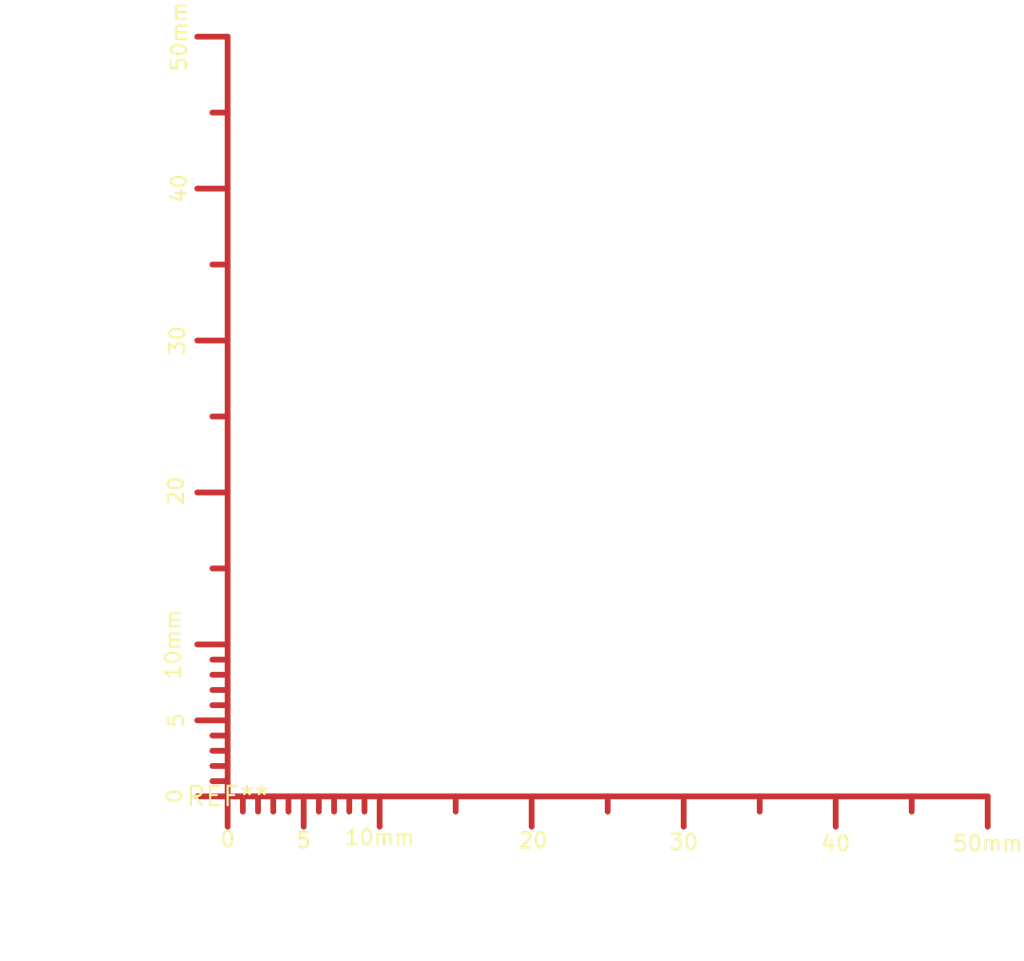
<source format=kicad_pcb>
(kicad_pcb (version 20240108) (generator pcbnew)
  (layers (0 "F.Cu" signal) (31 "B.Cu" signal) (34 "B.Paste" user) (35 "F.Paste" user) (36 "B.SilkS" user "B.Silkscreen") (37 "F.SilkS" user "F.Silkscreen") (38 "B.Mask" user) (39 "F.Mask" user) (44 "Edge.Cuts" user))
  (net 0 "")
  (footprint "Gauge_50mm_Type2_CopperTop" (layer "F.Cu") (at 0 0)
    (property "Reference" "REF**")
    (property "Value" "Gauge_50mm_Type2_CopperTop")
    (fp_line (start 0 -49.9999) (end -1.99898 -49.9999) (layer "F.Cu") (stroke (width 0.381)))
    (fp_line (start 0 -45.00118) (end -1.00076 -45.00118) (layer "F.Cu") (stroke (width 0.381)))
    (fp_line (start 0 -39.99992) (end -1.99898 -39.99992) (layer "F.Cu") (stroke (width 0.381)))
    (fp_line (start 0 -35.0012) (end -1.00076 -35.0012) (layer "F.Cu") (stroke (width 0.381)))
    (fp_line (start 0 -29.99994) (end -1.99898 -29.99994) (layer "F.Cu") (stroke (width 0.381)))
    (fp_line (start 0 -25.00122) (end -1.00076 -25.00122) (layer "F.Cu") (stroke (width 0.381)))
    (fp_line (start 0 -19.99996) (end -1.99898 -19.99996) (layer "F.Cu") (stroke (width 0.381)))
    (fp_line (start 0 -15.00124) (end -1.00076 -15.00124) (layer "F.Cu") (stroke (width 0.381)))
    (fp_line (start 0 -9.99998) (end -1.99898 -9.99998) (layer "F.Cu") (stroke (width 0.381)))
    (fp_line (start 0 -8.99922) (end -1.00076 -8.99922) (layer "F.Cu") (stroke (width 0.381)))
    (fp_line (start 0 -8.001) (end -1.00076 -8.001) (layer "F.Cu") (stroke (width 0.381)))
    (fp_line (start 0 -7.00024) (end -1.00076 -7.00024) (layer "F.Cu") (stroke (width 0.381)))
    (fp_line (start 0 -5.99948) (end -1.00076 -5.99948) (layer "F.Cu") (stroke (width 0.381)))
    (fp_line (start 0 -5.00126) (end -1.99898 -5.00126) (layer "F.Cu") (stroke (width 0.381)))
    (fp_line (start 0 -4.0005) (end -1.00076 -4.0005) (layer "F.Cu") (stroke (width 0.381)))
    (fp_line (start 0 -2.99974) (end -1.00076 -2.99974) (layer "F.Cu") (stroke (width 0.381)))
    (fp_line (start 0 -1.99898) (end -1.00076 -1.99898) (layer "F.Cu") (stroke (width 0.381)))
    (fp_line (start 0 -1.00076) (end -1.00076 -1.00076) (layer "F.Cu") (stroke (width 0.381)))
    (fp_line (start 0 0) (end -1.99898 0) (layer "F.Cu") (stroke (width 0.381)))
    (fp_line (start 0 0) (end 0 -49.9999) (layer "F.Cu") (stroke (width 0.381)))
    (fp_line (start 0 0) (end 0 1.99898) (layer "F.Cu") (stroke (width 0.381)))
    (fp_line (start 0 0) (end 9.99998 0) (layer "F.Cu") (stroke (width 0.381)))
    (fp_line (start 1.00076 0) (end 1.00076 1.00076) (layer "F.Cu") (stroke (width 0.381)))
    (fp_line (start 1.99898 0) (end 1.99898 1.00076) (layer "F.Cu") (stroke (width 0.381)))
    (fp_line (start 2.99974 0) (end 2.99974 1.00076) (layer "F.Cu") (stroke (width 0.381)))
    (fp_line (start 4.0005 0) (end 4.0005 1.00076) (layer "F.Cu") (stroke (width 0.381)))
    (fp_line (start 5.00126 0) (end 5.00126 1.99898) (layer "F.Cu") (stroke (width 0.381)))
    (fp_line (start 5.99948 0) (end 5.99948 1.00076) (layer "F.Cu") (stroke (width 0.381)))
    (fp_line (start 7.00024 0) (end 7.00024 1.00076) (layer "F.Cu") (stroke (width 0.381)))
    (fp_line (start 8.001 0) (end 8.001 1.00076) (layer "F.Cu") (stroke (width 0.381)))
    (fp_line (start 8.99922 0) (end 8.99922 1.00076) (layer "F.Cu") (stroke (width 0.381)))
    (fp_line (start 9.99998 0) (end 9.99998 1.99898) (layer "F.Cu") (stroke (width 0.381)))
    (fp_line (start 9.99998 0) (end 49.9999 0) (layer "F.Cu") (stroke (width 0.381)))
    (fp_line (start 15.00124 0) (end 15.00124 1.00076) (layer "F.Cu") (stroke (width 0.381)))
    (fp_line (start 19.99996 0) (end 19.99996 1.99898) (layer "F.Cu") (stroke (width 0.381)))
    (fp_line (start 25.00122 0) (end 25.00122 1.00076) (layer "F.Cu") (stroke (width 0.381)))
    (fp_line (start 29.99994 0) (end 29.99994 1.99898) (layer "F.Cu") (stroke (width 0.381)))
    (fp_line (start 35.0012 0) (end 35.0012 1.00076) (layer "F.Cu") (stroke (width 0.381)))
    (fp_line (start 39.99992 0) (end 39.99992 1.99898) (layer "F.Cu") (stroke (width 0.381)))
    (fp_line (start 45.00118 0) (end 45.00118 1.00076) (layer "F.Cu") (stroke (width 0.381)))
    (fp_line (start 49.9999 0) (end 49.9999 1.99898) (layer "F.Cu") (stroke (width 0.381)))
    (fp_text user "10mm" (at -3.59918 -10.00252 90) (layer "F.SilkS"))
    (fp_text user "30" (at 29.99994 2.99974 0) (layer "F.SilkS"))
    (fp_text user "0" (at 0 2.79908 0) (layer "F.SilkS"))
    (fp_text user "40" (at -3.19786 -40.00246 90) (layer "F.SilkS"))
    (fp_text user "20" (at -3.39852 -20.10156 90) (layer "F.SilkS"))
    (fp_text user "5" (at 4.99872 2.90068 0) (layer "F.SilkS"))
    (fp_text user "10mm" (at 9.99998 2.70002 0) (layer "F.SilkS"))
    (fp_text user "5" (at -3.39852 -5.00126 90) (layer "F.SilkS"))
    (fp_text user "40" (at 39.99992 3.10134 0) (layer "F.SilkS"))
    (fp_text user "30" (at -3.29946 -30.00248 90) (layer "F.SilkS"))
    (fp_text user "50mm" (at 49.9999 3.10134 0) (layer "F.SilkS"))
    (fp_text user "20" (at 20.09902 2.90068 0) (layer "F.SilkS"))
    (fp_text user "0" (at -3.50012 -0.00254 90) (layer "F.SilkS"))
    (fp_text user "50mm" (at -3.19786 -50.00244 90) (layer "F.SilkS"))
  )
)
</source>
